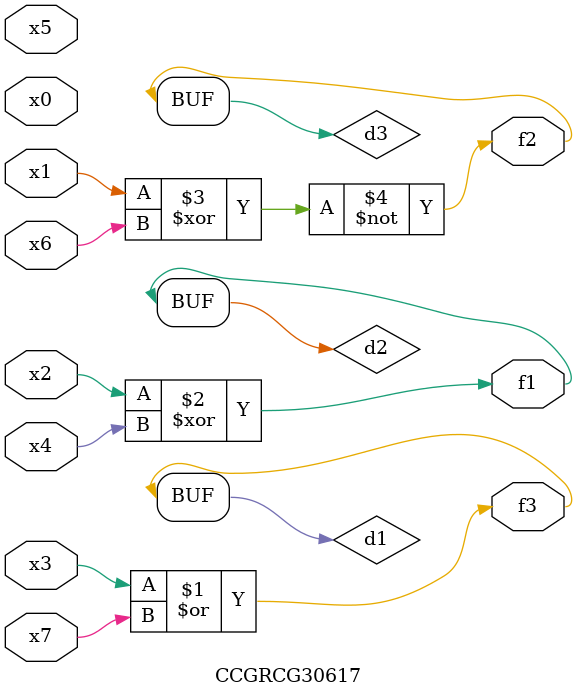
<source format=v>
module CCGRCG30617(
	input x0, x1, x2, x3, x4, x5, x6, x7,
	output f1, f2, f3
);

	wire d1, d2, d3;

	or (d1, x3, x7);
	xor (d2, x2, x4);
	xnor (d3, x1, x6);
	assign f1 = d2;
	assign f2 = d3;
	assign f3 = d1;
endmodule

</source>
